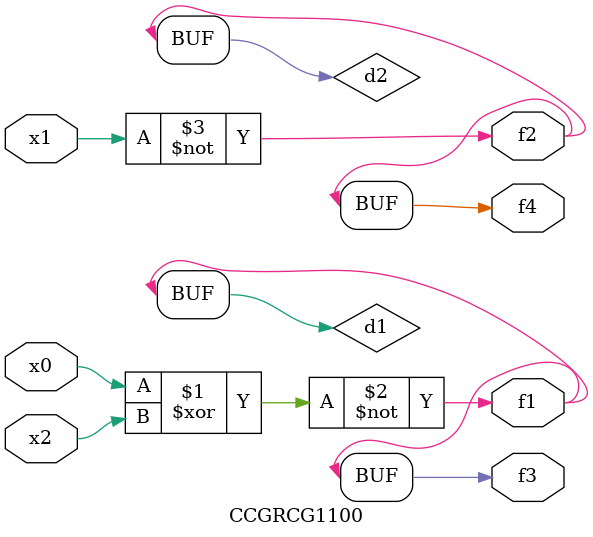
<source format=v>
module CCGRCG1100(
	input x0, x1, x2,
	output f1, f2, f3, f4
);

	wire d1, d2, d3;

	xnor (d1, x0, x2);
	nand (d2, x1);
	nor (d3, x1, x2);
	assign f1 = d1;
	assign f2 = d2;
	assign f3 = d1;
	assign f4 = d2;
endmodule

</source>
